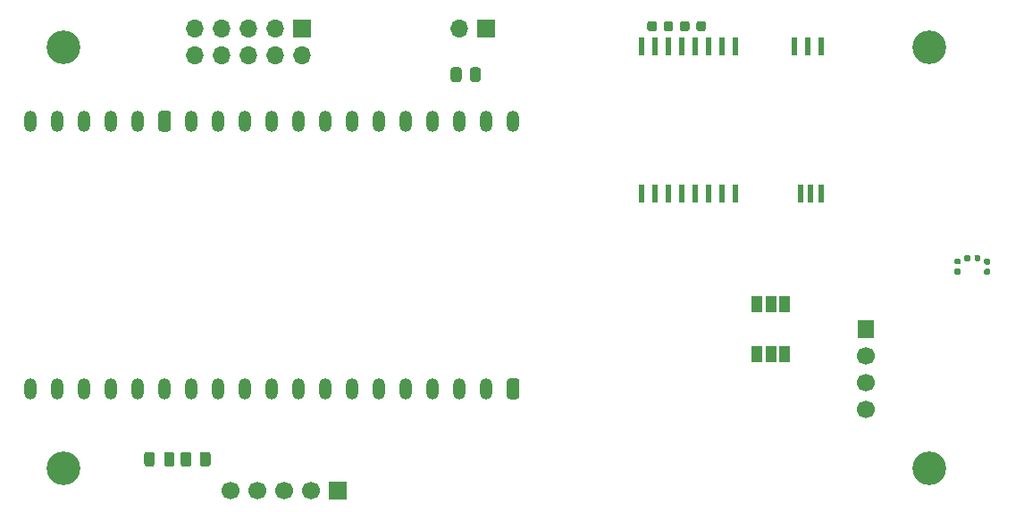
<source format=gts>
G04 #@! TF.GenerationSoftware,KiCad,Pcbnew,5.1.10*
G04 #@! TF.CreationDate,2021-12-30T11:48:04+01:00*
G04 #@! TF.ProjectId,meshtastic_jtag,6d657368-7461-4737-9469-635f6a746167,1.1*
G04 #@! TF.SameCoordinates,Original*
G04 #@! TF.FileFunction,Soldermask,Top*
G04 #@! TF.FilePolarity,Negative*
%FSLAX46Y46*%
G04 Gerber Fmt 4.6, Leading zero omitted, Abs format (unit mm)*
G04 Created by KiCad (PCBNEW 5.1.10) date 2021-12-30 11:48:04*
%MOMM*%
%LPD*%
G01*
G04 APERTURE LIST*
%ADD10R,1.000000X1.500000*%
%ADD11C,1.700000*%
%ADD12R,1.524000X1.700000*%
%ADD13R,1.700000X1.700000*%
%ADD14O,1.200000X2.000000*%
%ADD15R,0.500000X1.800000*%
%ADD16C,3.200000*%
%ADD17O,1.700000X1.700000*%
G04 APERTURE END LIST*
D10*
X158400000Y-103400000D03*
X159700000Y-103400000D03*
X157100000Y-103400000D03*
X158400000Y-98700000D03*
X159700000Y-98700000D03*
X157100000Y-98700000D03*
D11*
X167400000Y-108710000D03*
X167400000Y-106170000D03*
X167400000Y-103630000D03*
D12*
X167400000Y-101090000D03*
D11*
X107220000Y-116400000D03*
X109760000Y-116400000D03*
X112300000Y-116400000D03*
X114840000Y-116400000D03*
D13*
X117380000Y-116400000D03*
G36*
G01*
X129900000Y-77350002D02*
X129900000Y-76449998D01*
G75*
G02*
X130149998Y-76200000I249998J0D01*
G01*
X130675002Y-76200000D01*
G75*
G02*
X130925000Y-76449998I0J-249998D01*
G01*
X130925000Y-77350002D01*
G75*
G02*
X130675002Y-77600000I-249998J0D01*
G01*
X130149998Y-77600000D01*
G75*
G02*
X129900000Y-77350002I0J249998D01*
G01*
G37*
G36*
G01*
X128075000Y-77350002D02*
X128075000Y-76449998D01*
G75*
G02*
X128324998Y-76200000I249998J0D01*
G01*
X128850002Y-76200000D01*
G75*
G02*
X129100000Y-76449998I0J-249998D01*
G01*
X129100000Y-77350002D01*
G75*
G02*
X128850002Y-77600000I-249998J0D01*
G01*
X128324998Y-77600000D01*
G75*
G02*
X128075000Y-77350002I0J249998D01*
G01*
G37*
G36*
G01*
X104300000Y-113850002D02*
X104300000Y-112949998D01*
G75*
G02*
X104549998Y-112700000I249998J0D01*
G01*
X105075002Y-112700000D01*
G75*
G02*
X105325000Y-112949998I0J-249998D01*
G01*
X105325000Y-113850002D01*
G75*
G02*
X105075002Y-114100000I-249998J0D01*
G01*
X104549998Y-114100000D01*
G75*
G02*
X104300000Y-113850002I0J249998D01*
G01*
G37*
G36*
G01*
X102475000Y-113850002D02*
X102475000Y-112949998D01*
G75*
G02*
X102724998Y-112700000I249998J0D01*
G01*
X103250002Y-112700000D01*
G75*
G02*
X103500000Y-112949998I0J-249998D01*
G01*
X103500000Y-113850002D01*
G75*
G02*
X103250002Y-114100000I-249998J0D01*
G01*
X102724998Y-114100000D01*
G75*
G02*
X102475000Y-113850002I0J249998D01*
G01*
G37*
G36*
G01*
X100912500Y-113856250D02*
X100912500Y-112943750D01*
G75*
G02*
X101156250Y-112700000I243750J0D01*
G01*
X101643750Y-112700000D01*
G75*
G02*
X101887500Y-112943750I0J-243750D01*
G01*
X101887500Y-113856250D01*
G75*
G02*
X101643750Y-114100000I-243750J0D01*
G01*
X101156250Y-114100000D01*
G75*
G02*
X100912500Y-113856250I0J243750D01*
G01*
G37*
G36*
G01*
X99037500Y-113856250D02*
X99037500Y-112943750D01*
G75*
G02*
X99281250Y-112700000I243750J0D01*
G01*
X99768750Y-112700000D01*
G75*
G02*
X100012500Y-112943750I0J-243750D01*
G01*
X100012500Y-113856250D01*
G75*
G02*
X99768750Y-114100000I-243750J0D01*
G01*
X99281250Y-114100000D01*
G75*
G02*
X99037500Y-113856250I0J243750D01*
G01*
G37*
G36*
G01*
X134597280Y-106003680D02*
X134597280Y-107403680D01*
G75*
G02*
X134297280Y-107703680I-300000J0D01*
G01*
X133697280Y-107703680D01*
G75*
G02*
X133397280Y-107403680I0J300000D01*
G01*
X133397280Y-106003680D01*
G75*
G02*
X133697280Y-105703680I300000J0D01*
G01*
X134297280Y-105703680D01*
G75*
G02*
X134597280Y-106003680I0J-300000D01*
G01*
G37*
D14*
X131457280Y-106703680D03*
X128917280Y-106703680D03*
X126377280Y-106703680D03*
X123837280Y-106703680D03*
X121297280Y-106703680D03*
X118757280Y-106703680D03*
X116217280Y-106703680D03*
X113677280Y-106703680D03*
X111137280Y-106703680D03*
X108597280Y-106703680D03*
X106057280Y-106703680D03*
X103517280Y-106703680D03*
X100977280Y-106703680D03*
X98437280Y-106703680D03*
X95897280Y-106703680D03*
X93357280Y-106703680D03*
X90820000Y-106700000D03*
X88280000Y-106700000D03*
X88277280Y-81303680D03*
X90817280Y-81303680D03*
X93357280Y-81303680D03*
X95897280Y-81303680D03*
X98437280Y-81303680D03*
G36*
G01*
X101577280Y-80603680D02*
X101577280Y-82003680D01*
G75*
G02*
X101277280Y-82303680I-300000J0D01*
G01*
X100677280Y-82303680D01*
G75*
G02*
X100377280Y-82003680I0J300000D01*
G01*
X100377280Y-80603680D01*
G75*
G02*
X100677280Y-80303680I300000J0D01*
G01*
X101277280Y-80303680D01*
G75*
G02*
X101577280Y-80603680I0J-300000D01*
G01*
G37*
X103517280Y-81303680D03*
X106057280Y-81303680D03*
X108597280Y-81303680D03*
X111137280Y-81303680D03*
X113677280Y-81303680D03*
X116217280Y-81303680D03*
X118757280Y-81303680D03*
X121297280Y-81303680D03*
X123837280Y-81303680D03*
X126377280Y-81303680D03*
X128917280Y-81303680D03*
X131457280Y-81303680D03*
X133997280Y-81303680D03*
D15*
X163200000Y-88200000D03*
X162200000Y-88200000D03*
X161200000Y-88200000D03*
X155090000Y-88200000D03*
X153820000Y-88200000D03*
X152550000Y-88200000D03*
X151280000Y-88200000D03*
X150010000Y-88200000D03*
X148740000Y-88200000D03*
X147470000Y-88200000D03*
X146200000Y-88200000D03*
X146200000Y-74200000D03*
X147470000Y-74200000D03*
X148740000Y-74200000D03*
X150010000Y-74200000D03*
X151280000Y-74200000D03*
X152550000Y-74200000D03*
X153820000Y-74200000D03*
X155090000Y-74200000D03*
X160660000Y-74200000D03*
X161930000Y-74200000D03*
X163200000Y-74200000D03*
D16*
X91400000Y-74300000D03*
X173400000Y-74300000D03*
X173400000Y-114300000D03*
X91400000Y-114300000D03*
D17*
X103840000Y-75040000D03*
X103840000Y-72500000D03*
X106380000Y-75040000D03*
X106380000Y-72500000D03*
X108920000Y-75040000D03*
X108920000Y-72500000D03*
X111460000Y-75040000D03*
X111460000Y-72500000D03*
X114000000Y-75040000D03*
D13*
X114000000Y-72500000D03*
D17*
X128860000Y-72500000D03*
D13*
X131400000Y-72500000D03*
G36*
G01*
X147600000Y-72050000D02*
X147600000Y-72550000D01*
G75*
G02*
X147375000Y-72775000I-225000J0D01*
G01*
X146925000Y-72775000D01*
G75*
G02*
X146700000Y-72550000I0J225000D01*
G01*
X146700000Y-72050000D01*
G75*
G02*
X146925000Y-71825000I225000J0D01*
G01*
X147375000Y-71825000D01*
G75*
G02*
X147600000Y-72050000I0J-225000D01*
G01*
G37*
G36*
G01*
X149150000Y-72050000D02*
X149150000Y-72550000D01*
G75*
G02*
X148925000Y-72775000I-225000J0D01*
G01*
X148475000Y-72775000D01*
G75*
G02*
X148250000Y-72550000I0J225000D01*
G01*
X148250000Y-72050000D01*
G75*
G02*
X148475000Y-71825000I225000J0D01*
G01*
X148925000Y-71825000D01*
G75*
G02*
X149150000Y-72050000I0J-225000D01*
G01*
G37*
G36*
G01*
X151350000Y-72550000D02*
X151350000Y-72050000D01*
G75*
G02*
X151575000Y-71825000I225000J0D01*
G01*
X152025000Y-71825000D01*
G75*
G02*
X152250000Y-72050000I0J-225000D01*
G01*
X152250000Y-72550000D01*
G75*
G02*
X152025000Y-72775000I-225000J0D01*
G01*
X151575000Y-72775000D01*
G75*
G02*
X151350000Y-72550000I0J225000D01*
G01*
G37*
G36*
G01*
X149800000Y-72550000D02*
X149800000Y-72050000D01*
G75*
G02*
X150025000Y-71825000I225000J0D01*
G01*
X150475000Y-71825000D01*
G75*
G02*
X150700000Y-72050000I0J-225000D01*
G01*
X150700000Y-72550000D01*
G75*
G02*
X150475000Y-72775000I-225000J0D01*
G01*
X150025000Y-72775000D01*
G75*
G02*
X149800000Y-72550000I0J225000D01*
G01*
G37*
G36*
G01*
X177700000Y-94470000D02*
X177700000Y-94130000D01*
G75*
G02*
X177840000Y-93990000I140000J0D01*
G01*
X178120000Y-93990000D01*
G75*
G02*
X178260000Y-94130000I0J-140000D01*
G01*
X178260000Y-94470000D01*
G75*
G02*
X178120000Y-94610000I-140000J0D01*
G01*
X177840000Y-94610000D01*
G75*
G02*
X177700000Y-94470000I0J140000D01*
G01*
G37*
G36*
G01*
X176740000Y-94470000D02*
X176740000Y-94130000D01*
G75*
G02*
X176880000Y-93990000I140000J0D01*
G01*
X177160000Y-93990000D01*
G75*
G02*
X177300000Y-94130000I0J-140000D01*
G01*
X177300000Y-94470000D01*
G75*
G02*
X177160000Y-94610000I-140000J0D01*
G01*
X176880000Y-94610000D01*
G75*
G02*
X176740000Y-94470000I0J140000D01*
G01*
G37*
G36*
G01*
X178730000Y-95320000D02*
X179070000Y-95320000D01*
G75*
G02*
X179210000Y-95460000I0J-140000D01*
G01*
X179210000Y-95740000D01*
G75*
G02*
X179070000Y-95880000I-140000J0D01*
G01*
X178730000Y-95880000D01*
G75*
G02*
X178590000Y-95740000I0J140000D01*
G01*
X178590000Y-95460000D01*
G75*
G02*
X178730000Y-95320000I140000J0D01*
G01*
G37*
G36*
G01*
X178730000Y-94360000D02*
X179070000Y-94360000D01*
G75*
G02*
X179210000Y-94500000I0J-140000D01*
G01*
X179210000Y-94780000D01*
G75*
G02*
X179070000Y-94920000I-140000J0D01*
G01*
X178730000Y-94920000D01*
G75*
G02*
X178590000Y-94780000I0J140000D01*
G01*
X178590000Y-94500000D01*
G75*
G02*
X178730000Y-94360000I140000J0D01*
G01*
G37*
G36*
G01*
X175930000Y-95300000D02*
X176270000Y-95300000D01*
G75*
G02*
X176410000Y-95440000I0J-140000D01*
G01*
X176410000Y-95720000D01*
G75*
G02*
X176270000Y-95860000I-140000J0D01*
G01*
X175930000Y-95860000D01*
G75*
G02*
X175790000Y-95720000I0J140000D01*
G01*
X175790000Y-95440000D01*
G75*
G02*
X175930000Y-95300000I140000J0D01*
G01*
G37*
G36*
G01*
X175930000Y-94340000D02*
X176270000Y-94340000D01*
G75*
G02*
X176410000Y-94480000I0J-140000D01*
G01*
X176410000Y-94760000D01*
G75*
G02*
X176270000Y-94900000I-140000J0D01*
G01*
X175930000Y-94900000D01*
G75*
G02*
X175790000Y-94760000I0J140000D01*
G01*
X175790000Y-94480000D01*
G75*
G02*
X175930000Y-94340000I140000J0D01*
G01*
G37*
M02*

</source>
